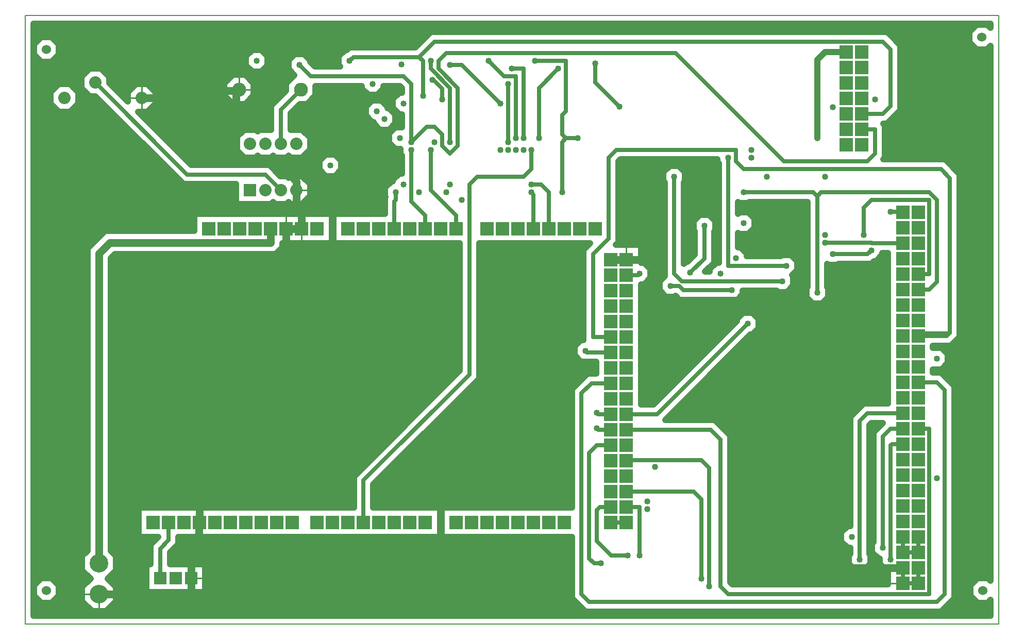
<source format=gbr>
G04 PROTEUS GERBER X2 FILE*
%TF.GenerationSoftware,Labcenter,Proteus,8.13-SP0-Build31525*%
%TF.CreationDate,2024-05-27T19:39:57+00:00*%
%TF.FileFunction,Copper,L4,Bot*%
%TF.FilePolarity,Positive*%
%TF.Part,Single*%
%TF.SameCoordinates,{9f387fc5-f7ba-42a6-a927-b5c1fa408f1c}*%
%FSLAX45Y45*%
%MOMM*%
G01*
%TA.AperFunction,Conductor*%
%ADD10C,0.635000*%
%ADD27C,0.304800*%
%ADD13C,0.508000*%
%ADD12C,1.270000*%
%ADD11C,1.016000*%
%TA.AperFunction,ViaPad*%
%ADD14C,1.016000*%
%ADD15C,1.524000*%
%TA.AperFunction,Conductor*%
%ADD16C,0.254000*%
%TA.AperFunction,ComponentPad*%
%ADD17R,2.286000X2.286000*%
%TA.AperFunction,ComponentPad*%
%ADD18C,2.286000*%
%ADD19C,3.048000*%
%TA.AperFunction,ComponentPad*%
%ADD70R,2.032000X2.032000*%
%ADD71C,2.032000*%
%TA.AperFunction,OtherPad,Unknown*%
%ADD20C,1.524000*%
%TA.AperFunction,Profile*%
%ADD25C,0.203200*%
%TD.AperFunction*%
G36*
X+7862840Y+4794327D02*
X+7805768Y+4851399D01*
X+7637432Y+4851399D01*
X+7518401Y+4732368D01*
X+7518401Y+4564032D01*
X+7637432Y+4445001D01*
X+7805768Y+4445001D01*
X+7862840Y+4502073D01*
X+7862840Y-4286173D01*
X+7818468Y-4241801D01*
X+7650132Y-4241801D01*
X+7531101Y-4360832D01*
X+7531101Y-4529168D01*
X+7650132Y-4648199D01*
X+7818468Y-4648199D01*
X+7862840Y-4603827D01*
X+7862840Y-4862840D01*
X-7862840Y-4862840D01*
X-7862840Y+4862840D01*
X+7862840Y+4862840D01*
X+7862840Y+4794327D01*
G37*
%LPC*%
G36*
X-2959101Y+1257301D02*
X-3771901Y+1257301D01*
X-3771901Y+1191093D01*
X-3883493Y+1079501D01*
X-6525093Y+1079501D01*
X-6591301Y+1013293D01*
X-6591301Y-3795869D01*
X-6502401Y-3884769D01*
X-6502401Y-4116231D01*
X-6640670Y-4254500D01*
X-6502401Y-4392769D01*
X-6502401Y-4624231D01*
X-6666069Y-4787899D01*
X-6897531Y-4787899D01*
X-7061199Y-4624231D01*
X-7061199Y-4392769D01*
X-6922930Y-4254500D01*
X-7061199Y-4116231D01*
X-7061199Y-3884769D01*
X-6972299Y-3795869D01*
X-6972299Y+1171107D01*
X-6682907Y+1460499D01*
X-5219699Y+1460499D01*
X-5219699Y+1739899D01*
X-2959101Y+1739899D01*
X-2959101Y+1257301D01*
G37*
G36*
X+6208252Y+4684252D02*
X+6381749Y+4510755D01*
X+6381749Y+3441985D01*
X+6161755Y+3221991D01*
X+6098253Y+3221991D01*
X+6127749Y+3192495D01*
X+6127749Y+2664745D01*
X+6098253Y+2635249D01*
X+7114255Y+2635249D01*
X+7354514Y+2394990D01*
X+7354514Y-282870D01*
X+7211934Y-425449D01*
X+6916419Y-425449D01*
X+6916419Y-457201D01*
X+7058647Y-457201D01*
X+7162799Y-561353D01*
X+7162799Y-708647D01*
X+7058647Y-812799D01*
X+6916419Y-812799D01*
X+6916419Y-869951D01*
X+7050755Y-869951D01*
X+7270749Y-1089945D01*
X+7270749Y-4574255D01*
X+7050755Y-4794249D01*
X+1204245Y-4794249D01*
X+984251Y-4574255D01*
X+984251Y-3568699D01*
X-1155699Y-3568699D01*
X-1155699Y-3086101D01*
X+984251Y-3086101D01*
X+984251Y-1140745D01*
X+1242345Y-882651D01*
X+1384301Y-882651D01*
X+1384301Y-692149D01*
X+1166145Y-692149D01*
X+1159795Y-685799D01*
X+1132853Y-685799D01*
X+1028701Y-581647D01*
X+1028701Y-434353D01*
X+1132853Y-330201D01*
X+1174751Y-330201D01*
X+1174751Y+1145255D01*
X+1286797Y+1257301D01*
X-539751Y+1257301D01*
X-539751Y-965136D01*
X-2279651Y-2705036D01*
X-2279651Y-3086101D01*
X-1181101Y-3086101D01*
X-1181101Y-3568699D01*
X-5480051Y-3568699D01*
X-5480051Y-3685255D01*
X-5619751Y-3824955D01*
X-5619751Y-4013201D01*
X-5041901Y-4013201D01*
X-5041901Y-4470399D01*
X-6007099Y-4470399D01*
X-6007099Y-4013201D01*
X-5937249Y-4013201D01*
X-5937249Y-3693445D01*
X-5812503Y-3568699D01*
X-6134099Y-3568699D01*
X-6134099Y-3086101D01*
X-2597149Y-3086101D01*
X-2597149Y-2573526D01*
X-857249Y-833626D01*
X-857249Y+1257301D01*
X-2933699Y+1257301D01*
X-2933699Y+1739899D01*
X-2089149Y+1739899D01*
X-2089149Y+2008855D01*
X-2079475Y+2018529D01*
X-2082799Y+2021853D01*
X-2082799Y+2169147D01*
X-1978647Y+2273299D01*
X-1955799Y+2273299D01*
X-1955799Y+2296147D01*
X-1851647Y+2400299D01*
X-1809749Y+2400299D01*
X-1809749Y+2701303D01*
X-1828799Y+2720353D01*
X-1828799Y+2806701D01*
X-1915147Y+2806701D01*
X-2019299Y+2910853D01*
X-2019299Y+3058147D01*
X-1915147Y+3162299D01*
X-1809749Y+3162299D01*
X-1809749Y+3378201D01*
X-1851647Y+3378201D01*
X-1955799Y+3482353D01*
X-1955799Y+3629647D01*
X-1851647Y+3733799D01*
X-1809749Y+3733799D01*
X-1809749Y+3807745D01*
X-1843755Y+3841751D01*
X-2108201Y+3841751D01*
X-2108201Y+3799853D01*
X-2212353Y+3695701D01*
X-2359647Y+3695701D01*
X-2463799Y+3799853D01*
X-2463799Y+3841751D01*
X-3225801Y+3841751D01*
X-3225801Y+3684651D01*
X-3367151Y+3543301D01*
X-3483895Y+3543301D01*
X-3638551Y+3388645D01*
X-3638551Y+3123637D01*
X-3637989Y+3124199D01*
X-3448611Y+3124199D01*
X-3314701Y+2990289D01*
X-3314701Y+2800911D01*
X-3448611Y+2667001D01*
X-3637989Y+2667001D01*
X-3670300Y+2699312D01*
X-3702611Y+2667001D01*
X-3891989Y+2667001D01*
X-3924300Y+2699312D01*
X-3956611Y+2667001D01*
X-4145989Y+2667001D01*
X-4178300Y+2699312D01*
X-4210611Y+2667001D01*
X-4399989Y+2667001D01*
X-4533899Y+2800911D01*
X-4533899Y+2990289D01*
X-4399989Y+3124199D01*
X-4210611Y+3124199D01*
X-4178300Y+3091888D01*
X-4145989Y+3124199D01*
X-3956611Y+3124199D01*
X-3956049Y+3123637D01*
X-3956049Y+3520155D01*
X-3708399Y+3767805D01*
X-3708399Y+3884549D01*
X-3572947Y+4020001D01*
X-3670299Y+4117353D01*
X-3670299Y+4264647D01*
X-3566147Y+4368799D01*
X-3418853Y+4368799D01*
X-3314701Y+4264647D01*
X-3314701Y+4237705D01*
X-3236245Y+4159249D01*
X-2823195Y+4159249D01*
X-2844799Y+4180853D01*
X-2844799Y+4328147D01*
X-2740647Y+4432299D01*
X-2713705Y+4432299D01*
X-2669255Y+4476749D01*
X-1589755Y+4476749D01*
X-1335755Y+4730749D01*
X+6161755Y+4730749D01*
X+6208252Y+4684252D01*
G37*
G36*
X-4241801Y+3884549D02*
X-4241801Y+3684651D01*
X-4383151Y+3543301D01*
X-4583049Y+3543301D01*
X-4724399Y+3684651D01*
X-4724399Y+3884549D01*
X-4583049Y+4025899D01*
X-4383151Y+4025899D01*
X-4241801Y+3884549D01*
G37*
G36*
X-6616701Y+3993589D02*
X-6616701Y+3894805D01*
X-6311899Y+3590003D01*
X-6311899Y+3739589D01*
X-6177989Y+3873499D01*
X-5988611Y+3873499D01*
X-5854701Y+3739589D01*
X-5854701Y+3550211D01*
X-5988611Y+3416301D01*
X-6138197Y+3416301D01*
X-5268245Y+2546349D01*
X-3985545Y+2546349D01*
X-3801395Y+2362199D01*
X-3702611Y+2362199D01*
X-3670300Y+2329888D01*
X-3637989Y+2362199D01*
X-3448611Y+2362199D01*
X-3314701Y+2228289D01*
X-3314701Y+2038911D01*
X-3448611Y+1905001D01*
X-3637989Y+1905001D01*
X-3670300Y+1937312D01*
X-3702611Y+1905001D01*
X-3891989Y+1905001D01*
X-3924300Y+1937312D01*
X-3956611Y+1905001D01*
X-4533899Y+1905001D01*
X-4533899Y+2228851D01*
X-5399755Y+2228851D01*
X-6841205Y+3670301D01*
X-6939989Y+3670301D01*
X-7073899Y+3804211D01*
X-7073899Y+3993589D01*
X-6939989Y+4127499D01*
X-6750611Y+4127499D01*
X-6616701Y+3993589D01*
G37*
G36*
X-7848599Y-4529168D02*
X-7848599Y-4360832D01*
X-7729568Y-4241801D01*
X-7561232Y-4241801D01*
X-7442201Y-4360832D01*
X-7442201Y-4529168D01*
X-7561232Y-4648199D01*
X-7729568Y-4648199D01*
X-7848599Y-4529168D01*
G37*
G36*
X-7848599Y+4360832D02*
X-7848599Y+4529168D01*
X-7729568Y+4648199D01*
X-7561232Y+4648199D01*
X-7442201Y+4529168D01*
X-7442201Y+4360832D01*
X-7561232Y+4241801D01*
X-7729568Y+4241801D01*
X-7848599Y+4360832D01*
G37*
G36*
X-7581899Y+3550211D02*
X-7581899Y+3739589D01*
X-7447989Y+3873499D01*
X-7258611Y+3873499D01*
X-7124701Y+3739589D01*
X-7124701Y+3550211D01*
X-7258611Y+3416301D01*
X-7447989Y+3416301D01*
X-7581899Y+3550211D01*
G37*
G36*
X-2044701Y+3502647D02*
X-2044701Y+3479799D01*
X-2021853Y+3479799D01*
X-1917701Y+3375647D01*
X-1917701Y+3228353D01*
X-2021853Y+3124201D01*
X-2169147Y+3124201D01*
X-2273299Y+3228353D01*
X-2273299Y+3251201D01*
X-2296147Y+3251201D01*
X-2400299Y+3355353D01*
X-2400299Y+3502647D01*
X-2296147Y+3606799D01*
X-2148853Y+3606799D01*
X-2044701Y+3502647D01*
G37*
G36*
X-4368799Y+4180853D02*
X-4368799Y+4328147D01*
X-4264647Y+4432299D01*
X-4117353Y+4432299D01*
X-4013201Y+4328147D01*
X-4013201Y+4180853D01*
X-4117353Y+4076701D01*
X-4264647Y+4076701D01*
X-4368799Y+4180853D01*
G37*
G36*
X-3162299Y+2466353D02*
X-3162299Y+2613647D01*
X-3058147Y+2717799D01*
X-2910853Y+2717799D01*
X-2806701Y+2613647D01*
X-2806701Y+2466353D01*
X-2910853Y+2362201D01*
X-3058147Y+2362201D01*
X-3162299Y+2466353D01*
G37*
%LPD*%
G36*
X+3378201Y+2593353D02*
X+3397251Y+2574303D01*
X+3397251Y+939799D01*
X+3355353Y+939799D01*
X+3251201Y+835647D01*
X+3251201Y+793749D01*
X+3174956Y+793749D01*
X+3321049Y+939842D01*
X+3321049Y+1456703D01*
X+3340099Y+1475753D01*
X+3340099Y+1623047D01*
X+3235947Y+1727199D01*
X+3088653Y+1727199D01*
X+2984501Y+1623047D01*
X+2984501Y+1475753D01*
X+3003551Y+1456703D01*
X+3003551Y+1071352D01*
X+2882943Y+950744D01*
X+2856001Y+950744D01*
X+2825749Y+920492D01*
X+2825749Y+2256803D01*
X+2844799Y+2275853D01*
X+2844799Y+2423147D01*
X+2740647Y+2527299D01*
X+2593353Y+2527299D01*
X+2489201Y+2423147D01*
X+2489201Y+2275853D01*
X+2508251Y+2256803D01*
X+2508251Y+714997D01*
X+2425701Y+632447D01*
X+2425701Y+485153D01*
X+2529853Y+381001D01*
X+2677147Y+381001D01*
X+2687811Y+391665D01*
X+2748017Y+331459D01*
X+3522936Y+331459D01*
X+3541986Y+312409D01*
X+3689280Y+312409D01*
X+3793432Y+416561D01*
X+3793432Y+476251D01*
X+4352303Y+476251D01*
X+4371353Y+457201D01*
X+4518647Y+457201D01*
X+4622799Y+561353D01*
X+4622799Y+708647D01*
X+4601196Y+730250D01*
X+4686299Y+815353D01*
X+4686299Y+962647D01*
X+4582147Y+1066799D01*
X+4434853Y+1066799D01*
X+4415803Y+1047749D01*
X+3860799Y+1047749D01*
X+3860799Y+1089647D01*
X+3756647Y+1193799D01*
X+3714749Y+1193799D01*
X+3714749Y+1431305D01*
X+3736353Y+1409701D01*
X+3883647Y+1409701D01*
X+3987799Y+1513853D01*
X+3987799Y+1661147D01*
X+3883647Y+1765299D01*
X+3736353Y+1765299D01*
X+3714749Y+1743695D01*
X+3714749Y+1939305D01*
X+3736353Y+1917701D01*
X+3883647Y+1917701D01*
X+3902697Y+1936751D01*
X+4857751Y+1936751D01*
X+4857751Y+537197D01*
X+4838701Y+518147D01*
X+4838701Y+370853D01*
X+4942853Y+266701D01*
X+5090147Y+266701D01*
X+5194299Y+370853D01*
X+5194299Y+518147D01*
X+5175249Y+537197D01*
X+5175249Y+923305D01*
X+5196853Y+901701D01*
X+5344147Y+901701D01*
X+5363197Y+920751D01*
X+5907755Y+920751D01*
X+5952205Y+965201D01*
X+5979147Y+965201D01*
X+6083299Y+1069353D01*
X+6083299Y+1098551D01*
X+6179821Y+1098551D01*
X+6179821Y-1377951D01*
X+5776245Y-1377951D01*
X+5556251Y-1597945D01*
X+5556251Y-3390901D01*
X+5514353Y-3390901D01*
X+5410201Y-3495053D01*
X+5410201Y-3642347D01*
X+5514353Y-3746499D01*
X+5556251Y-3746499D01*
X+5556251Y-3844303D01*
X+5537201Y-3863353D01*
X+5537201Y-4010647D01*
X+5641353Y-4114799D01*
X+5788647Y-4114799D01*
X+5892799Y-4010647D01*
X+5892799Y-3863353D01*
X+5873749Y-3844303D01*
X+5873749Y-1729455D01*
X+5907755Y-1695449D01*
X+6093747Y-1695449D01*
X+5937251Y-1851945D01*
X+5937251Y-3653803D01*
X+5918201Y-3672853D01*
X+5918201Y-3820147D01*
X+6022353Y-3924299D01*
X+6045201Y-3924299D01*
X+6045201Y-4010647D01*
X+6149353Y-4114799D01*
X+6179821Y-4114799D01*
X+6179821Y-4349751D01*
X+3621755Y-4349751D01*
X+3587749Y-4315745D01*
X+3587749Y-1902745D01*
X+3329655Y-1644651D01*
X+2516853Y-1644651D01*
X+3920205Y-241299D01*
X+3947147Y-241299D01*
X+4051299Y-137147D01*
X+4051299Y+10147D01*
X+3947147Y+114299D01*
X+3799853Y+114299D01*
X+3695701Y+10147D01*
X+3695701Y-16795D01*
X+2321845Y-1390651D01*
X+2120899Y-1390651D01*
X+2120899Y+577851D01*
X+2135855Y+577851D01*
X+2142205Y+584201D01*
X+2169147Y+584201D01*
X+2273299Y+688353D01*
X+2273299Y+835647D01*
X+2169147Y+939799D01*
X+2120899Y+939799D01*
X+2120899Y+1231899D01*
X+1710403Y+1231899D01*
X+1746249Y+1267745D01*
X+1746249Y+2601245D01*
X+1780255Y+2635251D01*
X+3378201Y+2635251D01*
X+3378201Y+2593353D01*
G37*
%LPC*%
G36*
X+2082800Y+1555937D02*
X+2082800Y+1619063D01*
X+2127437Y+1663700D01*
X+2190563Y+1663700D01*
X+2235200Y+1619063D01*
X+2235200Y+1555937D01*
X+2190563Y+1511300D01*
X+2127437Y+1511300D01*
X+2082800Y+1555937D01*
G37*
G36*
X+4241800Y+285937D02*
X+4241800Y+349063D01*
X+4286437Y+393700D01*
X+4349563Y+393700D01*
X+4394200Y+349063D01*
X+4394200Y+285937D01*
X+4349563Y+241300D01*
X+4286437Y+241300D01*
X+4241800Y+285937D01*
G37*
%LPD*%
D10*
X-5638800Y-3327400D02*
X-5638800Y-3619500D01*
X-5778500Y-3759200D01*
X-5778500Y-4241800D01*
X+317500Y+2222500D02*
X+482600Y+2222500D01*
X+609600Y+2095500D01*
X+609600Y+1498600D01*
X+317500Y+2095500D02*
X+355600Y+2057400D01*
X+355600Y+1498600D01*
X-1333500Y+2794000D02*
X-1333500Y+2133600D01*
X-914400Y+1714500D01*
X-914400Y+1498600D01*
X-1651000Y+2794000D02*
X-1651000Y+1943100D01*
X-1422400Y+1714500D01*
X-1422400Y+1498600D01*
X-1905000Y+2095500D02*
X-1905000Y+1968500D01*
X-1930400Y+1943100D01*
X-1930400Y+1498600D01*
X-3797300Y+2895600D02*
X-3797300Y+3454400D01*
X-3467100Y+3784600D01*
X-1524000Y+4318000D02*
X-1270000Y+4572000D01*
X+6096000Y+4572000D01*
X+6223000Y+4445000D01*
X+6223000Y+3507740D01*
X+6096000Y+3380740D01*
X+5742940Y+3380740D01*
X-1524000Y+4318000D02*
X-2603500Y+4318000D01*
X-2667000Y+4254500D01*
X-1524000Y+4318000D02*
X-1460500Y+4254500D01*
X-1460500Y+3683000D01*
X-1333500Y+4254500D02*
X-1333500Y+4127500D01*
X-1016000Y+3810000D01*
X-1016000Y+2921000D01*
X+3238500Y-4381500D02*
X+3238500Y-2432050D01*
X+3111500Y-2305050D01*
X+1885950Y-2305050D01*
X+1879600Y-2311400D01*
X+2095500Y-3873500D02*
X+2095500Y-3073400D01*
X+1879600Y-3073400D01*
X+3111500Y-4254500D02*
X+3111500Y-2946400D01*
X+2984500Y-2819400D01*
X+1879600Y-2819400D01*
X+7195765Y-217114D02*
X+7195765Y+2329235D01*
X+7048500Y+2476500D01*
X+3810000Y+2476500D01*
X+3683000Y+2603500D01*
X+3683000Y+2794000D01*
X+1714500Y+2794000D01*
X+1587500Y+2667000D01*
X+1587500Y+1333500D01*
X+1333500Y+1079500D01*
X+1333500Y-279400D01*
X+1625600Y-279400D01*
X+6675120Y-266700D02*
X+6675119Y-266700D01*
D27*
X+6724706Y-217114D02*
X+6724706Y-266700D01*
X+6675120Y-266700D01*
D10*
X+7195765Y-217114D02*
X+7146179Y-266700D01*
X+6724706Y-266700D01*
D13*
X+7195765Y-217114D02*
X+6724706Y-217114D01*
X+6675120Y-266700D01*
D10*
X+6675119Y-1028700D02*
X+6675120Y-1028700D01*
X+6985000Y-1028700D01*
X+7112000Y-1155700D01*
X+7112000Y-4508500D01*
X+6985000Y-4635500D01*
X+1270000Y-4635500D01*
X+1143000Y-4508500D01*
X+1143000Y-1206500D01*
X+1308100Y-1041400D01*
X+1625600Y-1041400D01*
X+1206500Y-508000D02*
X+1231900Y-533400D01*
X+1625600Y-533400D01*
X+6096000Y-3746500D02*
X+6096000Y-1917700D01*
X+6223000Y-1790700D01*
X+6421120Y-1790700D01*
X+1397000Y-1778000D02*
X+1422400Y-1803400D01*
X+1625600Y-1803400D01*
X+6675120Y-1790700D02*
X+6858000Y-1790700D01*
X+6858000Y-4508500D01*
X+3556000Y-4508500D01*
X+3429000Y-4381500D01*
X+3429000Y-1968500D01*
X+3263900Y-1803400D01*
X+1879600Y-1803400D01*
X+5715000Y-3937000D02*
X+5715000Y-1663700D01*
X+5842000Y-1536700D01*
X+6421120Y-1536700D01*
X+1397000Y-1524000D02*
X+1422400Y-1549400D01*
X+1625600Y-1549400D01*
X+3873500Y-63500D02*
X+2387600Y-1549400D01*
X+1879600Y-1549400D01*
X-190500Y+3556000D02*
X-825500Y+4191000D01*
X-1016000Y+4191000D01*
X-63500Y+3873500D02*
X-63500Y+2921000D01*
X+6675120Y-4330700D02*
X+6421120Y-4330700D01*
X+6421120Y-4076700D02*
X+6421120Y-4330699D01*
X+6421120Y-4330700D01*
D12*
X+6421120Y-4076700D02*
X+4457700Y-4076700D01*
X+4318000Y-3937000D01*
X+4318000Y+317500D01*
X-5130800Y-3327400D02*
X-5130800Y-215900D01*
X-3708400Y+1206500D01*
D10*
X+2159000Y+1587500D02*
X+2413000Y+1333500D01*
X+2413000Y+1079500D01*
X+2349500Y+1016000D01*
D12*
X+1879600Y+990600D02*
X+2095500Y+990600D01*
X+2120900Y+1016000D01*
X+2349500Y+1016000D01*
X+4318000Y+317500D02*
X+2476500Y+317500D01*
X+2349500Y+444500D01*
X+2349500Y+1016000D01*
X-3454400Y+1498600D02*
X-3454400Y+1714500D01*
X-3543300Y+1803400D01*
X-3543300Y+2133600D01*
X-3708400Y+1206500D02*
X-3708400Y+1498600D01*
D10*
X+6675120Y-4330699D02*
X+6675120Y-4330700D01*
X+6675120Y-4330699D02*
X+6675120Y-4076700D01*
D12*
X+1879600Y+990600D02*
X+1879600Y+990601D01*
X+1625600Y+990601D01*
X+1625600Y+990600D01*
X-5130800Y-3327400D02*
X-5138420Y-3335020D01*
X-5138420Y-3522980D01*
X-5270500Y-3655060D01*
X-5270500Y-4241800D01*
X-5270500Y-4457700D01*
X-5321300Y-4508500D01*
X-6781800Y-4508500D01*
D10*
X-381000Y+4254500D02*
X-127000Y+4000500D01*
X+63500Y+4000500D01*
X+63500Y+2984500D01*
X-1651000Y+2921000D02*
X-1651000Y+3873500D01*
X-1778000Y+4000500D01*
X-3302000Y+4000500D01*
X-3492500Y+4191000D01*
X-1651000Y+2921000D02*
X-1397000Y+3175000D01*
X-1270000Y+3175000D01*
X-1143000Y+3048000D01*
X-1143000Y+2857500D01*
X-1016000Y+2730500D01*
X-889000Y+2857500D01*
X-889000Y+3810000D01*
X-1206500Y+4127500D01*
X-1206500Y+4254500D01*
X-1079500Y+4381500D01*
X+2690771Y+4381500D01*
X+4468771Y+2603500D01*
X+5842000Y+2603500D01*
X+5969000Y+2730500D01*
X+5969000Y+3126740D01*
X+5742940Y+3126740D01*
X+5016500Y+2032000D02*
X+5080000Y+2095500D01*
X+6858000Y+2095500D01*
X+6985000Y+1968500D01*
X+6985000Y+622300D01*
X+6858000Y+495300D01*
X+6675120Y+495300D01*
X+6675119Y+495300D01*
X+5016500Y+2032000D02*
X+5016500Y+444500D01*
X+5016500Y+2032000D02*
X+4953000Y+2095500D01*
X+3810000Y+2095500D01*
X+5143500Y+1270000D02*
X+5905500Y+1270000D01*
X+5918200Y+1257300D01*
X+6421120Y+1257300D01*
X+190500Y+2984500D02*
X+190500Y+4127500D01*
X+0Y+4127500D01*
X+317500Y+2794000D02*
X+317500Y+2476500D01*
X+190500Y+2349500D01*
X-571500Y+2349500D01*
X-698500Y+2222500D01*
X-698500Y-899381D01*
X-2438400Y-2639281D01*
X-2438400Y-3327400D01*
X+889000Y+2984500D02*
X+1079500Y+2984500D01*
X+889000Y+2984500D02*
X+825500Y+2921000D01*
X+825500Y+2095500D01*
X+6223000Y+1778000D02*
X+6408420Y+1778000D01*
X+6421120Y+1765300D01*
X+889000Y+2984500D02*
X+825500Y+3048000D01*
X+825500Y+3365500D01*
X+889000Y+3429000D01*
X+889000Y+4254500D01*
X+381000Y+4254500D01*
X+444500Y+2984500D02*
X+444500Y+3810000D01*
X+762000Y+4127500D01*
X+2095500Y+762000D02*
X+2070100Y+736600D01*
X+1879600Y+736600D01*
X+4445000Y+635000D02*
X+2794000Y+635000D01*
X+2667000Y+762000D01*
X+2667000Y+2349500D01*
X+5778500Y+1397000D02*
X+5778500Y+1841500D01*
X+5905500Y+1968500D01*
X+6858000Y+1968500D01*
X+6858000Y+749300D01*
X+6675120Y+749300D01*
X+6675119Y+749300D01*
X+4508500Y+889000D02*
X+3556000Y+889000D01*
X+3556000Y+2667000D01*
X+5270500Y+1079500D02*
X+5842000Y+1079500D01*
X+5905500Y+1143000D01*
D11*
X+5016500Y+2984500D02*
X+5016500Y+4269740D01*
X+5143500Y+4396740D01*
X+5488940Y+4396740D01*
D10*
X+6675120Y-3822700D02*
X+6421120Y-3822700D01*
X+6421120Y-3568700D02*
X+6421120Y-3822699D01*
X+6421120Y-3822700D01*
X+6675120Y-3822699D02*
X+6675120Y-3822700D01*
X+6675120Y-3822699D02*
X+6675120Y-3568700D01*
D12*
X-6781800Y-4000500D02*
X-6781800Y+1092200D01*
X-6604000Y+1270000D01*
X-4406900Y+1270000D01*
X-3962400Y+1270000D01*
X-3962400Y+1498600D01*
D10*
X+3615633Y+490208D02*
X+2813772Y+490208D01*
X+2745180Y+558800D01*
X+2603500Y+558800D01*
X+2929648Y+772945D02*
X+3162300Y+1005597D01*
X+3162300Y+1549400D01*
D12*
X-3708400Y+1498600D02*
X-3454400Y+1498600D01*
X-4483100Y+3784600D02*
X-4533900Y+3784600D01*
X-4533900Y+3761368D01*
X-4533900Y+2603500D01*
X-3873500Y+2603500D01*
X-3543300Y+2273300D01*
X-3543300Y+2133600D01*
X-6083300Y+3644900D02*
X-5301681Y+3644900D01*
X-5185213Y+3761368D01*
X-4533900Y+3761368D01*
X-4506332Y+3761368D01*
X-4483100Y+3784600D01*
D10*
X+1769316Y+3504046D02*
X+1371600Y+3901762D01*
X+1371600Y+4216400D01*
X-1143000Y+3619500D02*
X-1143000Y+3801623D01*
X-1294892Y+3953515D01*
X-1303486Y+3944921D01*
X-6845300Y+3898900D02*
X-5334000Y+2387600D01*
X-4051300Y+2387600D01*
X-3797300Y+2133600D01*
X+1625600Y-3327400D02*
X+1879600Y-3327400D01*
X+1625600Y-2057400D02*
X+1397000Y-2057400D01*
X+1270000Y-2184400D01*
X+1270000Y-3921125D01*
X+1349375Y-4000500D01*
X+1460500Y-4000500D01*
X+6223000Y-3937000D02*
X+6223000Y-2064385D01*
X+6242685Y-2044700D01*
X+6421120Y-2044700D01*
X+1625600Y-3073400D02*
X+1447800Y-3073400D01*
X+1397000Y-3124200D01*
X+1397000Y-3639157D01*
X+1631343Y-3873500D01*
X+1905000Y-3873500D01*
D14*
X+63500Y+2794000D03*
X-63500Y+2794000D03*
X+317500Y+2222500D03*
X+317500Y+2095500D03*
X-1016000Y+2222500D03*
X-190500Y+2794000D03*
X-1079500Y+2095500D03*
X-1333500Y+2794000D03*
X-1651000Y+2794000D03*
X-1778000Y+2222500D03*
X-1905000Y+2095500D03*
X-2667000Y+4254500D03*
X-1460500Y+3683000D03*
X-1016000Y+2921000D03*
X+3238500Y-4381500D03*
X+2222500Y-3111500D03*
X+2222500Y-2984500D03*
X+2095500Y-3873500D03*
X+6985000Y-2603500D03*
X+3111500Y-4254500D03*
X+5270500Y+3492500D03*
X+5969000Y+3619500D03*
X-1143000Y+3619500D03*
X-2286000Y+3873500D03*
X-1270000Y+2921000D03*
X+3937000Y+2794000D03*
X+1206500Y-508000D03*
X+6096000Y-3746500D03*
X+1397000Y-1778000D03*
X+5715000Y-3937000D03*
X+1397000Y-1524000D03*
X+6985000Y-635000D03*
X+3873500Y-63500D03*
X-1016000Y+4191000D03*
X-190500Y+3556000D03*
X-63500Y+2921000D03*
X-63500Y+3873500D03*
D15*
X+2159000Y+1587500D03*
X+4318000Y+317500D03*
D14*
X+63500Y+2984500D03*
X-381000Y+4254500D03*
X+2349500Y-2413000D03*
X-3492500Y+4191000D03*
X-1651000Y+2921000D03*
X-2095500Y+3302000D03*
X-4191000Y+4254500D03*
X-1778000Y+3556000D03*
X-2222500Y+3429000D03*
X-1841500Y+2984500D03*
X+5016500Y+444500D03*
X+3810000Y+2095500D03*
X+4191000Y+2349500D03*
X+5143500Y+1270000D03*
X+190500Y+2794000D03*
X-2984500Y+2540000D03*
X+0Y+4127500D03*
X+190500Y+2984500D03*
X+317500Y+2794000D03*
X+1079500Y+2984500D03*
X+825500Y+2095500D03*
X+6223000Y+1778000D03*
X+381000Y+4254500D03*
X-825500Y+1968500D03*
X+762000Y+4127500D03*
X+444500Y+2984500D03*
X+3810000Y+1587500D03*
X+2095500Y+762000D03*
X+2667000Y+2349500D03*
X+4445000Y+635000D03*
X+3429000Y+762000D03*
X+5778500Y+1397000D03*
X+5143500Y+1397000D03*
X+5143500Y+2349500D03*
X+3556000Y+2667000D03*
X+4508500Y+889000D03*
X+3683000Y+1016000D03*
X+5905500Y+1143000D03*
X+3937000Y+2667000D03*
X+5270500Y+1079500D03*
X+5016500Y+2984500D03*
X+3615633Y+490208D03*
X+2603500Y+558800D03*
X+2929648Y+772945D03*
X+3162300Y+1549400D03*
X+1769316Y+3504046D03*
X+1371600Y+4216400D03*
X-1333500Y+4254500D03*
X-1303486Y+3944921D03*
X-1813288Y+4194742D03*
X-1524000Y+2095500D03*
X+1460500Y-4000500D03*
X+6223000Y-3937000D03*
X+1905000Y-3873500D03*
X+5588000Y-3568700D03*
D11*
X+7862840Y+4794327D02*
X+7805768Y+4851399D01*
X+7637432Y+4851399D01*
X+7518401Y+4732368D01*
X+7518401Y+4564032D01*
X+7637432Y+4445001D01*
X+7805768Y+4445001D01*
X+7862840Y+4502073D01*
X+7862840Y-4286173D01*
X+7818468Y-4241801D01*
X+7650132Y-4241801D01*
X+7531101Y-4360832D01*
X+7531101Y-4529168D01*
X+7650132Y-4648199D01*
X+7818468Y-4648199D01*
X+7862840Y-4603827D01*
X+7862840Y-4862840D01*
X-7862840Y-4862840D01*
X-7862840Y+4862840D01*
X+7862840Y+4862840D01*
X+7862840Y+4794327D01*
X-2959101Y+1257301D02*
X-3771901Y+1257301D01*
X-3771901Y+1191093D01*
X-3883493Y+1079501D01*
X-6525093Y+1079501D01*
X-6591301Y+1013293D01*
X-6591301Y-3795869D01*
X-6502401Y-3884769D01*
X-6502401Y-4116231D01*
X-6640670Y-4254500D01*
X-6502401Y-4392769D01*
X-6502401Y-4624231D01*
X-6666069Y-4787899D01*
X-6897531Y-4787899D01*
X-7061199Y-4624231D01*
X-7061199Y-4392769D01*
X-6922930Y-4254500D01*
X-7061199Y-4116231D01*
X-7061199Y-3884769D01*
X-6972299Y-3795869D01*
X-6972299Y+1171107D01*
X-6682907Y+1460499D01*
X-5219699Y+1460499D01*
X-5219699Y+1739899D01*
X-2959101Y+1739899D01*
X-2959101Y+1257301D01*
X+6208252Y+4684252D02*
X+6381749Y+4510755D01*
X+6381749Y+3441985D01*
X+6161755Y+3221991D01*
X+6098253Y+3221991D01*
X+6127749Y+3192495D01*
X+6127749Y+2664745D01*
X+6098253Y+2635249D01*
X+7114255Y+2635249D01*
X+7354514Y+2394990D01*
X+7354514Y-282870D01*
X+7211934Y-425449D01*
X+6916419Y-425449D01*
X+6916419Y-457201D01*
X+7058647Y-457201D01*
X+7162799Y-561353D01*
X+7162799Y-708647D01*
X+7058647Y-812799D01*
X+6916419Y-812799D01*
X+6916419Y-869951D01*
X+7050755Y-869951D01*
X+7270749Y-1089945D01*
X+7270749Y-4574255D01*
X+7050755Y-4794249D01*
X+1204245Y-4794249D01*
X+984251Y-4574255D01*
X+984251Y-3568699D01*
X-1155699Y-3568699D01*
X-1155699Y-3086101D01*
X+984251Y-3086101D01*
X+984251Y-1140745D01*
X+1242345Y-882651D01*
X+1384301Y-882651D01*
X+1384301Y-692149D01*
X+1166145Y-692149D01*
X+1159795Y-685799D01*
X+1132853Y-685799D01*
X+1028701Y-581647D01*
X+1028701Y-434353D01*
X+1132853Y-330201D01*
X+1174751Y-330201D01*
X+1174751Y+1145255D01*
X+1286797Y+1257301D01*
X-539751Y+1257301D01*
X-539751Y-965136D01*
X-2279651Y-2705036D01*
X-2279651Y-3086101D01*
X-1181101Y-3086101D01*
X-1181101Y-3568699D01*
X-5480051Y-3568699D01*
X-5480051Y-3685255D01*
X-5619751Y-3824955D01*
X-5619751Y-4013201D01*
X-5041901Y-4013201D01*
X-5041901Y-4470399D01*
X-6007099Y-4470399D01*
X-6007099Y-4013201D01*
X-5937249Y-4013201D01*
X-5937249Y-3693445D01*
X-5812503Y-3568699D01*
X-6134099Y-3568699D01*
X-6134099Y-3086101D01*
X-2597149Y-3086101D01*
X-2597149Y-2573526D01*
X-857249Y-833626D01*
X-857249Y+1257301D01*
X-2933699Y+1257301D01*
X-2933699Y+1739899D01*
X-2089149Y+1739899D01*
X-2089149Y+2008855D01*
X-2079475Y+2018529D01*
X-2082799Y+2021853D01*
X-2082799Y+2169147D01*
X-1978647Y+2273299D01*
X-1955799Y+2273299D01*
X-1955799Y+2296147D01*
X-1851647Y+2400299D01*
X-1809749Y+2400299D01*
X-1809749Y+2701303D01*
X-1828799Y+2720353D01*
X-1828799Y+2806701D01*
X-1915147Y+2806701D01*
X-2019299Y+2910853D01*
X-2019299Y+3058147D01*
X-1915147Y+3162299D01*
X-1809749Y+3162299D01*
X-1809749Y+3378201D01*
X-1851647Y+3378201D01*
X-1955799Y+3482353D01*
X-1955799Y+3629647D01*
X-1851647Y+3733799D01*
X-1809749Y+3733799D01*
X-1809749Y+3807745D01*
X-1843755Y+3841751D01*
X-2108201Y+3841751D01*
X-2108201Y+3799853D01*
X-2212353Y+3695701D01*
X-2359647Y+3695701D01*
X-2463799Y+3799853D01*
X-2463799Y+3841751D01*
X-3225801Y+3841751D01*
X-3225801Y+3684651D01*
X-3367151Y+3543301D01*
X-3483895Y+3543301D01*
X-3638551Y+3388645D01*
X-3638551Y+3123637D01*
X-3637989Y+3124199D01*
X-3448611Y+3124199D01*
X-3314701Y+2990289D01*
X-3314701Y+2800911D01*
X-3448611Y+2667001D01*
X-3637989Y+2667001D01*
X-3670300Y+2699312D01*
X-3702611Y+2667001D01*
X-3891989Y+2667001D01*
X-3924300Y+2699312D01*
X-3956611Y+2667001D01*
X-4145989Y+2667001D01*
X-4178300Y+2699312D01*
X-4210611Y+2667001D01*
X-4399989Y+2667001D01*
X-4533899Y+2800911D01*
X-4533899Y+2990289D01*
X-4399989Y+3124199D01*
X-4210611Y+3124199D01*
X-4178300Y+3091888D01*
X-4145989Y+3124199D01*
X-3956611Y+3124199D01*
X-3956049Y+3123637D01*
X-3956049Y+3520155D01*
X-3708399Y+3767805D01*
X-3708399Y+3884549D01*
X-3572947Y+4020001D01*
X-3670299Y+4117353D01*
X-3670299Y+4264647D01*
X-3566147Y+4368799D01*
X-3418853Y+4368799D01*
X-3314701Y+4264647D01*
X-3314701Y+4237705D01*
X-3236245Y+4159249D01*
X-2823195Y+4159249D01*
X-2844799Y+4180853D01*
X-2844799Y+4328147D01*
X-2740647Y+4432299D01*
X-2713705Y+4432299D01*
X-2669255Y+4476749D01*
X-1589755Y+4476749D01*
X-1335755Y+4730749D01*
X+6161755Y+4730749D01*
X+6208252Y+4684252D01*
X-4241801Y+3884549D02*
X-4241801Y+3684651D01*
X-4383151Y+3543301D01*
X-4583049Y+3543301D01*
X-4724399Y+3684651D01*
X-4724399Y+3884549D01*
X-4583049Y+4025899D01*
X-4383151Y+4025899D01*
X-4241801Y+3884549D01*
X-6616701Y+3993589D02*
X-6616701Y+3894805D01*
X-6311899Y+3590003D01*
X-6311899Y+3739589D01*
X-6177989Y+3873499D01*
X-5988611Y+3873499D01*
X-5854701Y+3739589D01*
X-5854701Y+3550211D01*
X-5988611Y+3416301D01*
X-6138197Y+3416301D01*
X-5268245Y+2546349D01*
X-3985545Y+2546349D01*
X-3801395Y+2362199D01*
X-3702611Y+2362199D01*
X-3670300Y+2329888D01*
X-3637989Y+2362199D01*
X-3448611Y+2362199D01*
X-3314701Y+2228289D01*
X-3314701Y+2038911D01*
X-3448611Y+1905001D01*
X-3637989Y+1905001D01*
X-3670300Y+1937312D01*
X-3702611Y+1905001D01*
X-3891989Y+1905001D01*
X-3924300Y+1937312D01*
X-3956611Y+1905001D01*
X-4533899Y+1905001D01*
X-4533899Y+2228851D01*
X-5399755Y+2228851D01*
X-6841205Y+3670301D01*
X-6939989Y+3670301D01*
X-7073899Y+3804211D01*
X-7073899Y+3993589D01*
X-6939989Y+4127499D01*
X-6750611Y+4127499D01*
X-6616701Y+3993589D01*
X-7848599Y-4529168D02*
X-7848599Y-4360832D01*
X-7729568Y-4241801D01*
X-7561232Y-4241801D01*
X-7442201Y-4360832D01*
X-7442201Y-4529168D01*
X-7561232Y-4648199D01*
X-7729568Y-4648199D01*
X-7848599Y-4529168D01*
X-7848599Y+4360832D02*
X-7848599Y+4529168D01*
X-7729568Y+4648199D01*
X-7561232Y+4648199D01*
X-7442201Y+4529168D01*
X-7442201Y+4360832D01*
X-7561232Y+4241801D01*
X-7729568Y+4241801D01*
X-7848599Y+4360832D01*
X-7581899Y+3550211D02*
X-7581899Y+3739589D01*
X-7447989Y+3873499D01*
X-7258611Y+3873499D01*
X-7124701Y+3739589D01*
X-7124701Y+3550211D01*
X-7258611Y+3416301D01*
X-7447989Y+3416301D01*
X-7581899Y+3550211D01*
X-2044701Y+3502647D02*
X-2044701Y+3479799D01*
X-2021853Y+3479799D01*
X-1917701Y+3375647D01*
X-1917701Y+3228353D01*
X-2021853Y+3124201D01*
X-2169147Y+3124201D01*
X-2273299Y+3228353D01*
X-2273299Y+3251201D01*
X-2296147Y+3251201D01*
X-2400299Y+3355353D01*
X-2400299Y+3502647D01*
X-2296147Y+3606799D01*
X-2148853Y+3606799D01*
X-2044701Y+3502647D01*
X-4368799Y+4180853D02*
X-4368799Y+4328147D01*
X-4264647Y+4432299D01*
X-4117353Y+4432299D01*
X-4013201Y+4328147D01*
X-4013201Y+4180853D01*
X-4117353Y+4076701D01*
X-4264647Y+4076701D01*
X-4368799Y+4180853D01*
X-3162299Y+2466353D02*
X-3162299Y+2613647D01*
X-3058147Y+2717799D01*
X-2910853Y+2717799D01*
X-2806701Y+2613647D01*
X-2806701Y+2466353D01*
X-2910853Y+2362201D01*
X-3058147Y+2362201D01*
X-3162299Y+2466353D01*
X+3378201Y+2593353D02*
X+3397251Y+2574303D01*
X+3397251Y+939799D01*
X+3355353Y+939799D01*
X+3251201Y+835647D01*
X+3251201Y+793749D01*
X+3174956Y+793749D01*
X+3321049Y+939842D01*
X+3321049Y+1456703D01*
X+3340099Y+1475753D01*
X+3340099Y+1623047D01*
X+3235947Y+1727199D01*
X+3088653Y+1727199D01*
X+2984501Y+1623047D01*
X+2984501Y+1475753D01*
X+3003551Y+1456703D01*
X+3003551Y+1071352D01*
X+2882943Y+950744D01*
X+2856001Y+950744D01*
X+2825749Y+920492D01*
X+2825749Y+2256803D01*
X+2844799Y+2275853D01*
X+2844799Y+2423147D01*
X+2740647Y+2527299D01*
X+2593353Y+2527299D01*
X+2489201Y+2423147D01*
X+2489201Y+2275853D01*
X+2508251Y+2256803D01*
X+2508251Y+714997D01*
X+2425701Y+632447D01*
X+2425701Y+485153D01*
X+2529853Y+381001D01*
X+2677147Y+381001D01*
X+2687811Y+391665D01*
X+2748017Y+331459D01*
X+3522936Y+331459D01*
X+3541986Y+312409D01*
X+3689280Y+312409D01*
X+3793432Y+416561D01*
X+3793432Y+476251D01*
X+4352303Y+476251D01*
X+4371353Y+457201D01*
X+4518647Y+457201D01*
X+4622799Y+561353D01*
X+4622799Y+708647D01*
X+4601196Y+730250D01*
X+4686299Y+815353D01*
X+4686299Y+962647D01*
X+4582147Y+1066799D01*
X+4434853Y+1066799D01*
X+4415803Y+1047749D01*
X+3860799Y+1047749D01*
X+3860799Y+1089647D01*
X+3756647Y+1193799D01*
X+3714749Y+1193799D01*
X+3714749Y+1431305D01*
X+3736353Y+1409701D01*
X+3883647Y+1409701D01*
X+3987799Y+1513853D01*
X+3987799Y+1661147D01*
X+3883647Y+1765299D01*
X+3736353Y+1765299D01*
X+3714749Y+1743695D01*
X+3714749Y+1939305D01*
X+3736353Y+1917701D01*
X+3883647Y+1917701D01*
X+3902697Y+1936751D01*
X+4857751Y+1936751D01*
X+4857751Y+537197D01*
X+4838701Y+518147D01*
X+4838701Y+370853D01*
X+4942853Y+266701D01*
X+5090147Y+266701D01*
X+5194299Y+370853D01*
X+5194299Y+518147D01*
X+5175249Y+537197D01*
X+5175249Y+923305D01*
X+5196853Y+901701D01*
X+5344147Y+901701D01*
X+5363197Y+920751D01*
X+5907755Y+920751D01*
X+5952205Y+965201D01*
X+5979147Y+965201D01*
X+6083299Y+1069353D01*
X+6083299Y+1098551D01*
X+6179821Y+1098551D01*
X+6179821Y-1377951D01*
X+5776245Y-1377951D01*
X+5556251Y-1597945D01*
X+5556251Y-3390901D01*
X+5514353Y-3390901D01*
X+5410201Y-3495053D01*
X+5410201Y-3642347D01*
X+5514353Y-3746499D01*
X+5556251Y-3746499D01*
X+5556251Y-3844303D01*
X+5537201Y-3863353D01*
X+5537201Y-4010647D01*
X+5641353Y-4114799D01*
X+5788647Y-4114799D01*
X+5892799Y-4010647D01*
X+5892799Y-3863353D01*
X+5873749Y-3844303D01*
X+5873749Y-1729455D01*
X+5907755Y-1695449D01*
X+6093747Y-1695449D01*
X+5937251Y-1851945D01*
X+5937251Y-3653803D01*
X+5918201Y-3672853D01*
X+5918201Y-3820147D01*
X+6022353Y-3924299D01*
X+6045201Y-3924299D01*
X+6045201Y-4010647D01*
X+6149353Y-4114799D01*
X+6179821Y-4114799D01*
X+6179821Y-4349751D01*
X+3621755Y-4349751D01*
X+3587749Y-4315745D01*
X+3587749Y-1902745D01*
X+3329655Y-1644651D01*
X+2516853Y-1644651D01*
X+3920205Y-241299D01*
X+3947147Y-241299D01*
X+4051299Y-137147D01*
X+4051299Y+10147D01*
X+3947147Y+114299D01*
X+3799853Y+114299D01*
X+3695701Y+10147D01*
X+3695701Y-16795D01*
X+2321845Y-1390651D01*
X+2120899Y-1390651D01*
X+2120899Y+577851D01*
X+2135855Y+577851D01*
X+2142205Y+584201D01*
X+2169147Y+584201D01*
X+2273299Y+688353D01*
X+2273299Y+835647D01*
X+2169147Y+939799D01*
X+2120899Y+939799D01*
X+2120899Y+1231899D01*
X+1710403Y+1231899D01*
X+1746249Y+1267745D01*
X+1746249Y+2601245D01*
X+1780255Y+2635251D01*
X+3378201Y+2635251D01*
X+3378201Y+2593353D01*
X+2082800Y+1555937D02*
X+2082800Y+1619063D01*
X+2127437Y+1663700D01*
X+2190563Y+1663700D01*
X+2235200Y+1619063D01*
X+2235200Y+1555937D01*
X+2190563Y+1511300D01*
X+2127437Y+1511300D01*
X+2082800Y+1555937D01*
X+4241800Y+285937D02*
X+4241800Y+349063D01*
X+4286437Y+393700D01*
X+4349563Y+393700D01*
X+4394200Y+349063D01*
X+4394200Y+285937D01*
X+4349563Y+241300D01*
X+4286437Y+241300D01*
X+4241800Y+285937D01*
D16*
X-3708400Y+1257301D02*
X-3708400Y+1498600D01*
X-3708400Y+1739899D02*
X-3708400Y+1498600D01*
X-3454400Y+1257301D02*
X-3454400Y+1498600D01*
X-3454400Y+1739899D02*
X-3454400Y+1498600D01*
X+2120899Y+990600D02*
X+1879600Y+990600D01*
X+1879600Y+1231899D02*
X+1879600Y+990600D01*
X-5130800Y-3568699D02*
X-5130800Y-3327400D01*
X-5130800Y-3086101D02*
X-5130800Y-3327400D01*
X-4241801Y+3784600D02*
X-4483100Y+3784600D01*
X-4724399Y+3784600D02*
X-4483100Y+3784600D01*
X-4483100Y+4025899D02*
X-4483100Y+3784600D01*
X-4483100Y+3543301D02*
X-4483100Y+3784600D01*
X-6781800Y-4787899D02*
X-6781800Y-4508500D01*
X-7061199Y-4508500D02*
X-6781800Y-4508500D01*
X-6502401Y-4508500D02*
X-6781800Y-4508500D01*
X-3314701Y+2133600D02*
X-3543300Y+2133600D01*
X-3543300Y+1905001D02*
X-3543300Y+2133600D01*
X-3543300Y+2362199D02*
X-3543300Y+2133600D01*
X+6179821Y-4330700D02*
X+6421120Y-4330700D01*
X-6311899Y+3644900D02*
X-6083300Y+3644900D01*
X-5854701Y+3644900D02*
X-6083300Y+3644900D01*
X-6083300Y+3416301D02*
X-6083300Y+3644900D01*
X-6083300Y+3873499D02*
X-6083300Y+3644900D01*
X-5041901Y-4241800D02*
X-5270500Y-4241800D01*
X-5270500Y-4470399D02*
X-5270500Y-4241800D01*
X-5270500Y-4013201D02*
X-5270500Y-4241800D01*
D17*
X-4978400Y+1498600D03*
X-4724400Y+1498600D03*
X-4470400Y+1498600D03*
X-4216400Y+1498600D03*
X-3962400Y+1498600D03*
X-3708400Y+1498600D03*
X-3454400Y+1498600D03*
X-3200400Y+1498600D03*
X-2692400Y+1498600D03*
X-2438400Y+1498600D03*
X-2184400Y+1498600D03*
X-1930400Y+1498600D03*
X-1676400Y+1498600D03*
X-1422400Y+1498600D03*
X-1168400Y+1498600D03*
X-914400Y+1498600D03*
X-406400Y+1498600D03*
X-152400Y+1498600D03*
X+101600Y+1498600D03*
X+355600Y+1498600D03*
X+609600Y+1498600D03*
X+863600Y+1498600D03*
X+1117600Y+1498600D03*
X+1371600Y+1498600D03*
X+1625600Y+990600D03*
X+1625600Y+736600D03*
X+1625600Y+482600D03*
X+1625600Y+228600D03*
X+1625600Y-25400D03*
X+1625600Y-279400D03*
X+1625600Y-533400D03*
X+1625600Y-787400D03*
X+1625600Y-1041400D03*
X+1625600Y-1295400D03*
X+1625600Y-1549400D03*
X+1625600Y-1803400D03*
X+1625600Y-2057400D03*
X+1625600Y-2311400D03*
X+1625600Y-2565400D03*
X+1625600Y-2819400D03*
X+1625600Y-3073400D03*
X+1625600Y-3327400D03*
X+1879600Y+990600D03*
X+1879600Y+736600D03*
X+1879600Y+482600D03*
X+1879600Y+228600D03*
X+1879600Y-25400D03*
X+1879600Y-279400D03*
X+1879600Y-533400D03*
X+1879600Y-787400D03*
X+1879600Y-1041400D03*
X+1879600Y-1295400D03*
X+1879600Y-1549400D03*
X+1879600Y-1803400D03*
X+1879600Y-2057400D03*
X+1879600Y-2311400D03*
X+1879600Y-2565400D03*
X+1879600Y-2819400D03*
X+1879600Y-3073400D03*
X+1879600Y-3327400D03*
X+863600Y-3327400D03*
X+609600Y-3327400D03*
X+355600Y-3327400D03*
X+101600Y-3327400D03*
X-152400Y-3327400D03*
X-406400Y-3327400D03*
X-660400Y-3327400D03*
X-914400Y-3327400D03*
X-1422400Y-3327400D03*
X-1676400Y-3327400D03*
X-1930400Y-3327400D03*
X-2184400Y-3327400D03*
X-2438400Y-3327400D03*
X-2692400Y-3327400D03*
X-2946400Y-3327400D03*
X-3200400Y-3327400D03*
X-3606800Y-3327400D03*
X-3860800Y-3327400D03*
X-4114800Y-3327400D03*
X-4368800Y-3327400D03*
X-4622800Y-3327400D03*
X-4876800Y-3327400D03*
X-5130800Y-3327400D03*
X-5384800Y-3327400D03*
X-5638800Y-3327400D03*
X-5892800Y-3327400D03*
D18*
X-4483100Y+3784600D03*
X-3467100Y+3784600D03*
D17*
X+5488940Y+4396740D03*
X+5742940Y+4396740D03*
X+5488940Y+4142740D03*
X+5742940Y+4142740D03*
X+5488940Y+3888740D03*
X+5742940Y+3888740D03*
X+5488940Y+3634740D03*
X+5742940Y+3634740D03*
X+5488940Y+3380740D03*
X+5742940Y+3380740D03*
X+5488940Y+3126740D03*
X+5742940Y+3126740D03*
X+5488940Y+2872740D03*
X+5742940Y+2872740D03*
D19*
X-6781800Y-4000500D03*
X-6781800Y-4508500D03*
D70*
X-4305300Y+2133600D03*
D71*
X-4051300Y+2133600D03*
X-3797300Y+2133600D03*
X-3543300Y+2133600D03*
X-3543300Y+2895600D03*
X-3797300Y+2895600D03*
X-4051300Y+2895600D03*
X-4305300Y+2895600D03*
D17*
X+6421120Y-4330700D03*
X+6675120Y-4330700D03*
X+6421120Y-4076700D03*
X+6675120Y-4076700D03*
X+6421120Y-3822700D03*
X+6675120Y-3822700D03*
X+6421120Y-3568700D03*
X+6675120Y-3568700D03*
X+6421120Y-3314700D03*
X+6675120Y-3314700D03*
X+6421120Y-3060700D03*
X+6675120Y-3060700D03*
X+6421120Y-2806700D03*
X+6675120Y-2806700D03*
X+6421120Y-2552700D03*
X+6675120Y-2552700D03*
X+6421120Y-2298700D03*
X+6675120Y-2298700D03*
X+6421120Y-2044700D03*
X+6675120Y-2044700D03*
X+6421120Y-1790700D03*
X+6675120Y-1790700D03*
X+6421120Y-1536700D03*
X+6675120Y-1536700D03*
X+6421120Y-1282700D03*
X+6675120Y-1282700D03*
X+6421120Y-1028700D03*
X+6675120Y-1028700D03*
X+6421120Y-774700D03*
X+6675120Y-774700D03*
X+6421120Y-520700D03*
X+6675120Y-520700D03*
X+6421120Y-266700D03*
X+6675120Y-266700D03*
X+6421120Y-12700D03*
X+6675120Y-12700D03*
X+6421120Y+241300D03*
X+6675120Y+241300D03*
X+6421120Y+495300D03*
X+6675120Y+495300D03*
X+6421120Y+749300D03*
X+6675120Y+749300D03*
X+6421120Y+1003300D03*
X+6675120Y+1003300D03*
X+6421120Y+1257300D03*
X+6675120Y+1257300D03*
X+6421120Y+1511300D03*
X+6675120Y+1511300D03*
X+6421120Y+1765300D03*
X+6675120Y+1765300D03*
D20*
X-7645400Y-4445000D03*
X-7645400Y+4445000D03*
X+7721600Y+4648200D03*
X+7734300Y-4445000D03*
D71*
X-6083300Y+3644900D03*
X-7353300Y+3644900D03*
X-6845300Y+3898900D03*
D70*
X-5778500Y-4241800D03*
X-5524500Y-4241800D03*
X-5270500Y-4241800D03*
D25*
X-8000000Y-5000000D02*
X+8000000Y-5000000D01*
X+8000000Y+5000000D01*
X-8000000Y+5000000D01*
X-8000000Y-5000000D01*
M02*

</source>
